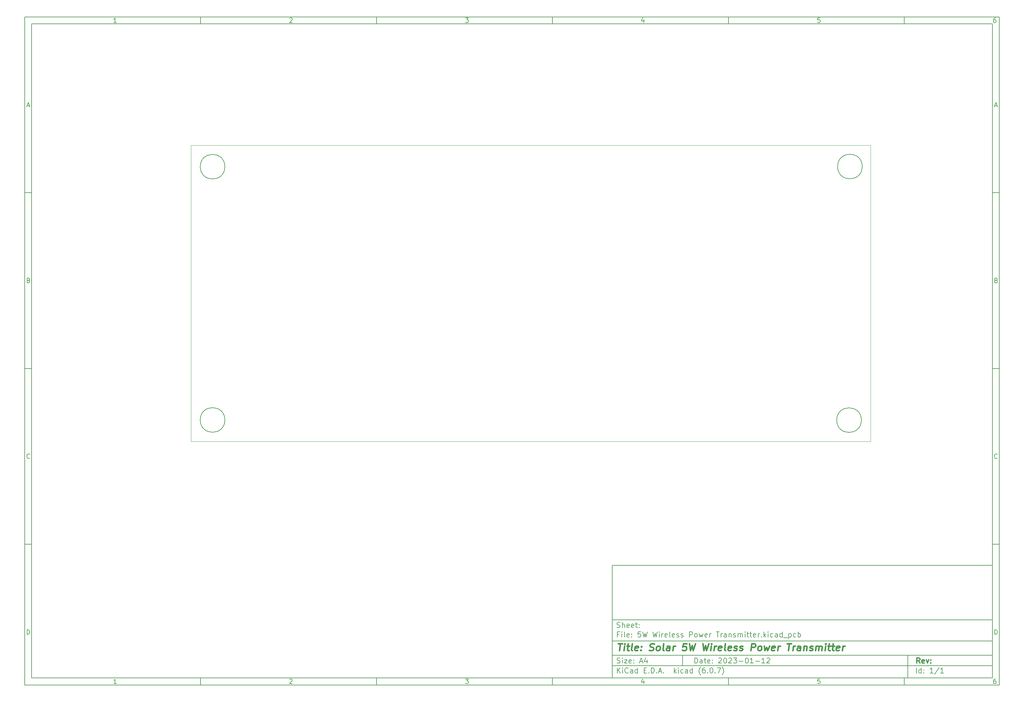
<source format=gbr>
%TF.GenerationSoftware,KiCad,Pcbnew,(6.0.7)*%
%TF.CreationDate,2023-01-12T19:17:08+03:00*%
%TF.ProjectId,5W Wireless Power Transmitter,35572057-6972-4656-9c65-737320506f77,rev?*%
%TF.SameCoordinates,Original*%
%TF.FileFunction,Other,Comment*%
%FSLAX46Y46*%
G04 Gerber Fmt 4.6, Leading zero omitted, Abs format (unit mm)*
G04 Created by KiCad (PCBNEW (6.0.7)) date 2023-01-12 19:17:08*
%MOMM*%
%LPD*%
G01*
G04 APERTURE LIST*
%ADD10C,0.100000*%
%ADD11C,0.150000*%
%ADD12C,0.300000*%
%ADD13C,0.400000*%
%TA.AperFunction,Profile*%
%ADD14C,0.100000*%
%TD*%
G04 APERTURE END LIST*
D10*
D11*
X177002200Y-166007200D02*
X177002200Y-198007200D01*
X285002200Y-198007200D01*
X285002200Y-166007200D01*
X177002200Y-166007200D01*
D10*
D11*
X10000000Y-10000000D02*
X10000000Y-200007200D01*
X287002200Y-200007200D01*
X287002200Y-10000000D01*
X10000000Y-10000000D01*
D10*
D11*
X12000000Y-12000000D02*
X12000000Y-198007200D01*
X285002200Y-198007200D01*
X285002200Y-12000000D01*
X12000000Y-12000000D01*
D10*
D11*
X60000000Y-12000000D02*
X60000000Y-10000000D01*
D10*
D11*
X110000000Y-12000000D02*
X110000000Y-10000000D01*
D10*
D11*
X160000000Y-12000000D02*
X160000000Y-10000000D01*
D10*
D11*
X210000000Y-12000000D02*
X210000000Y-10000000D01*
D10*
D11*
X260000000Y-12000000D02*
X260000000Y-10000000D01*
D10*
D11*
X36065476Y-11588095D02*
X35322619Y-11588095D01*
X35694047Y-11588095D02*
X35694047Y-10288095D01*
X35570238Y-10473809D01*
X35446428Y-10597619D01*
X35322619Y-10659523D01*
D10*
D11*
X85322619Y-10411904D02*
X85384523Y-10350000D01*
X85508333Y-10288095D01*
X85817857Y-10288095D01*
X85941666Y-10350000D01*
X86003571Y-10411904D01*
X86065476Y-10535714D01*
X86065476Y-10659523D01*
X86003571Y-10845238D01*
X85260714Y-11588095D01*
X86065476Y-11588095D01*
D10*
D11*
X135260714Y-10288095D02*
X136065476Y-10288095D01*
X135632142Y-10783333D01*
X135817857Y-10783333D01*
X135941666Y-10845238D01*
X136003571Y-10907142D01*
X136065476Y-11030952D01*
X136065476Y-11340476D01*
X136003571Y-11464285D01*
X135941666Y-11526190D01*
X135817857Y-11588095D01*
X135446428Y-11588095D01*
X135322619Y-11526190D01*
X135260714Y-11464285D01*
D10*
D11*
X185941666Y-10721428D02*
X185941666Y-11588095D01*
X185632142Y-10226190D02*
X185322619Y-11154761D01*
X186127380Y-11154761D01*
D10*
D11*
X236003571Y-10288095D02*
X235384523Y-10288095D01*
X235322619Y-10907142D01*
X235384523Y-10845238D01*
X235508333Y-10783333D01*
X235817857Y-10783333D01*
X235941666Y-10845238D01*
X236003571Y-10907142D01*
X236065476Y-11030952D01*
X236065476Y-11340476D01*
X236003571Y-11464285D01*
X235941666Y-11526190D01*
X235817857Y-11588095D01*
X235508333Y-11588095D01*
X235384523Y-11526190D01*
X235322619Y-11464285D01*
D10*
D11*
X285941666Y-10288095D02*
X285694047Y-10288095D01*
X285570238Y-10350000D01*
X285508333Y-10411904D01*
X285384523Y-10597619D01*
X285322619Y-10845238D01*
X285322619Y-11340476D01*
X285384523Y-11464285D01*
X285446428Y-11526190D01*
X285570238Y-11588095D01*
X285817857Y-11588095D01*
X285941666Y-11526190D01*
X286003571Y-11464285D01*
X286065476Y-11340476D01*
X286065476Y-11030952D01*
X286003571Y-10907142D01*
X285941666Y-10845238D01*
X285817857Y-10783333D01*
X285570238Y-10783333D01*
X285446428Y-10845238D01*
X285384523Y-10907142D01*
X285322619Y-11030952D01*
D10*
D11*
X60000000Y-198007200D02*
X60000000Y-200007200D01*
D10*
D11*
X110000000Y-198007200D02*
X110000000Y-200007200D01*
D10*
D11*
X160000000Y-198007200D02*
X160000000Y-200007200D01*
D10*
D11*
X210000000Y-198007200D02*
X210000000Y-200007200D01*
D10*
D11*
X260000000Y-198007200D02*
X260000000Y-200007200D01*
D10*
D11*
X36065476Y-199595295D02*
X35322619Y-199595295D01*
X35694047Y-199595295D02*
X35694047Y-198295295D01*
X35570238Y-198481009D01*
X35446428Y-198604819D01*
X35322619Y-198666723D01*
D10*
D11*
X85322619Y-198419104D02*
X85384523Y-198357200D01*
X85508333Y-198295295D01*
X85817857Y-198295295D01*
X85941666Y-198357200D01*
X86003571Y-198419104D01*
X86065476Y-198542914D01*
X86065476Y-198666723D01*
X86003571Y-198852438D01*
X85260714Y-199595295D01*
X86065476Y-199595295D01*
D10*
D11*
X135260714Y-198295295D02*
X136065476Y-198295295D01*
X135632142Y-198790533D01*
X135817857Y-198790533D01*
X135941666Y-198852438D01*
X136003571Y-198914342D01*
X136065476Y-199038152D01*
X136065476Y-199347676D01*
X136003571Y-199471485D01*
X135941666Y-199533390D01*
X135817857Y-199595295D01*
X135446428Y-199595295D01*
X135322619Y-199533390D01*
X135260714Y-199471485D01*
D10*
D11*
X185941666Y-198728628D02*
X185941666Y-199595295D01*
X185632142Y-198233390D02*
X185322619Y-199161961D01*
X186127380Y-199161961D01*
D10*
D11*
X236003571Y-198295295D02*
X235384523Y-198295295D01*
X235322619Y-198914342D01*
X235384523Y-198852438D01*
X235508333Y-198790533D01*
X235817857Y-198790533D01*
X235941666Y-198852438D01*
X236003571Y-198914342D01*
X236065476Y-199038152D01*
X236065476Y-199347676D01*
X236003571Y-199471485D01*
X235941666Y-199533390D01*
X235817857Y-199595295D01*
X235508333Y-199595295D01*
X235384523Y-199533390D01*
X235322619Y-199471485D01*
D10*
D11*
X285941666Y-198295295D02*
X285694047Y-198295295D01*
X285570238Y-198357200D01*
X285508333Y-198419104D01*
X285384523Y-198604819D01*
X285322619Y-198852438D01*
X285322619Y-199347676D01*
X285384523Y-199471485D01*
X285446428Y-199533390D01*
X285570238Y-199595295D01*
X285817857Y-199595295D01*
X285941666Y-199533390D01*
X286003571Y-199471485D01*
X286065476Y-199347676D01*
X286065476Y-199038152D01*
X286003571Y-198914342D01*
X285941666Y-198852438D01*
X285817857Y-198790533D01*
X285570238Y-198790533D01*
X285446428Y-198852438D01*
X285384523Y-198914342D01*
X285322619Y-199038152D01*
D10*
D11*
X10000000Y-60000000D02*
X12000000Y-60000000D01*
D10*
D11*
X10000000Y-110000000D02*
X12000000Y-110000000D01*
D10*
D11*
X10000000Y-160000000D02*
X12000000Y-160000000D01*
D10*
D11*
X10690476Y-35216666D02*
X11309523Y-35216666D01*
X10566666Y-35588095D02*
X11000000Y-34288095D01*
X11433333Y-35588095D01*
D10*
D11*
X11092857Y-84907142D02*
X11278571Y-84969047D01*
X11340476Y-85030952D01*
X11402380Y-85154761D01*
X11402380Y-85340476D01*
X11340476Y-85464285D01*
X11278571Y-85526190D01*
X11154761Y-85588095D01*
X10659523Y-85588095D01*
X10659523Y-84288095D01*
X11092857Y-84288095D01*
X11216666Y-84350000D01*
X11278571Y-84411904D01*
X11340476Y-84535714D01*
X11340476Y-84659523D01*
X11278571Y-84783333D01*
X11216666Y-84845238D01*
X11092857Y-84907142D01*
X10659523Y-84907142D01*
D10*
D11*
X11402380Y-135464285D02*
X11340476Y-135526190D01*
X11154761Y-135588095D01*
X11030952Y-135588095D01*
X10845238Y-135526190D01*
X10721428Y-135402380D01*
X10659523Y-135278571D01*
X10597619Y-135030952D01*
X10597619Y-134845238D01*
X10659523Y-134597619D01*
X10721428Y-134473809D01*
X10845238Y-134350000D01*
X11030952Y-134288095D01*
X11154761Y-134288095D01*
X11340476Y-134350000D01*
X11402380Y-134411904D01*
D10*
D11*
X10659523Y-185588095D02*
X10659523Y-184288095D01*
X10969047Y-184288095D01*
X11154761Y-184350000D01*
X11278571Y-184473809D01*
X11340476Y-184597619D01*
X11402380Y-184845238D01*
X11402380Y-185030952D01*
X11340476Y-185278571D01*
X11278571Y-185402380D01*
X11154761Y-185526190D01*
X10969047Y-185588095D01*
X10659523Y-185588095D01*
D10*
D11*
X287002200Y-60000000D02*
X285002200Y-60000000D01*
D10*
D11*
X287002200Y-110000000D02*
X285002200Y-110000000D01*
D10*
D11*
X287002200Y-160000000D02*
X285002200Y-160000000D01*
D10*
D11*
X285692676Y-35216666D02*
X286311723Y-35216666D01*
X285568866Y-35588095D02*
X286002200Y-34288095D01*
X286435533Y-35588095D01*
D10*
D11*
X286095057Y-84907142D02*
X286280771Y-84969047D01*
X286342676Y-85030952D01*
X286404580Y-85154761D01*
X286404580Y-85340476D01*
X286342676Y-85464285D01*
X286280771Y-85526190D01*
X286156961Y-85588095D01*
X285661723Y-85588095D01*
X285661723Y-84288095D01*
X286095057Y-84288095D01*
X286218866Y-84350000D01*
X286280771Y-84411904D01*
X286342676Y-84535714D01*
X286342676Y-84659523D01*
X286280771Y-84783333D01*
X286218866Y-84845238D01*
X286095057Y-84907142D01*
X285661723Y-84907142D01*
D10*
D11*
X286404580Y-135464285D02*
X286342676Y-135526190D01*
X286156961Y-135588095D01*
X286033152Y-135588095D01*
X285847438Y-135526190D01*
X285723628Y-135402380D01*
X285661723Y-135278571D01*
X285599819Y-135030952D01*
X285599819Y-134845238D01*
X285661723Y-134597619D01*
X285723628Y-134473809D01*
X285847438Y-134350000D01*
X286033152Y-134288095D01*
X286156961Y-134288095D01*
X286342676Y-134350000D01*
X286404580Y-134411904D01*
D10*
D11*
X285661723Y-185588095D02*
X285661723Y-184288095D01*
X285971247Y-184288095D01*
X286156961Y-184350000D01*
X286280771Y-184473809D01*
X286342676Y-184597619D01*
X286404580Y-184845238D01*
X286404580Y-185030952D01*
X286342676Y-185278571D01*
X286280771Y-185402380D01*
X286156961Y-185526190D01*
X285971247Y-185588095D01*
X285661723Y-185588095D01*
D10*
D11*
X200434342Y-193785771D02*
X200434342Y-192285771D01*
X200791485Y-192285771D01*
X201005771Y-192357200D01*
X201148628Y-192500057D01*
X201220057Y-192642914D01*
X201291485Y-192928628D01*
X201291485Y-193142914D01*
X201220057Y-193428628D01*
X201148628Y-193571485D01*
X201005771Y-193714342D01*
X200791485Y-193785771D01*
X200434342Y-193785771D01*
X202577200Y-193785771D02*
X202577200Y-193000057D01*
X202505771Y-192857200D01*
X202362914Y-192785771D01*
X202077200Y-192785771D01*
X201934342Y-192857200D01*
X202577200Y-193714342D02*
X202434342Y-193785771D01*
X202077200Y-193785771D01*
X201934342Y-193714342D01*
X201862914Y-193571485D01*
X201862914Y-193428628D01*
X201934342Y-193285771D01*
X202077200Y-193214342D01*
X202434342Y-193214342D01*
X202577200Y-193142914D01*
X203077200Y-192785771D02*
X203648628Y-192785771D01*
X203291485Y-192285771D02*
X203291485Y-193571485D01*
X203362914Y-193714342D01*
X203505771Y-193785771D01*
X203648628Y-193785771D01*
X204720057Y-193714342D02*
X204577200Y-193785771D01*
X204291485Y-193785771D01*
X204148628Y-193714342D01*
X204077200Y-193571485D01*
X204077200Y-193000057D01*
X204148628Y-192857200D01*
X204291485Y-192785771D01*
X204577200Y-192785771D01*
X204720057Y-192857200D01*
X204791485Y-193000057D01*
X204791485Y-193142914D01*
X204077200Y-193285771D01*
X205434342Y-193642914D02*
X205505771Y-193714342D01*
X205434342Y-193785771D01*
X205362914Y-193714342D01*
X205434342Y-193642914D01*
X205434342Y-193785771D01*
X205434342Y-192857200D02*
X205505771Y-192928628D01*
X205434342Y-193000057D01*
X205362914Y-192928628D01*
X205434342Y-192857200D01*
X205434342Y-193000057D01*
X207220057Y-192428628D02*
X207291485Y-192357200D01*
X207434342Y-192285771D01*
X207791485Y-192285771D01*
X207934342Y-192357200D01*
X208005771Y-192428628D01*
X208077200Y-192571485D01*
X208077200Y-192714342D01*
X208005771Y-192928628D01*
X207148628Y-193785771D01*
X208077200Y-193785771D01*
X209005771Y-192285771D02*
X209148628Y-192285771D01*
X209291485Y-192357200D01*
X209362914Y-192428628D01*
X209434342Y-192571485D01*
X209505771Y-192857200D01*
X209505771Y-193214342D01*
X209434342Y-193500057D01*
X209362914Y-193642914D01*
X209291485Y-193714342D01*
X209148628Y-193785771D01*
X209005771Y-193785771D01*
X208862914Y-193714342D01*
X208791485Y-193642914D01*
X208720057Y-193500057D01*
X208648628Y-193214342D01*
X208648628Y-192857200D01*
X208720057Y-192571485D01*
X208791485Y-192428628D01*
X208862914Y-192357200D01*
X209005771Y-192285771D01*
X210077200Y-192428628D02*
X210148628Y-192357200D01*
X210291485Y-192285771D01*
X210648628Y-192285771D01*
X210791485Y-192357200D01*
X210862914Y-192428628D01*
X210934342Y-192571485D01*
X210934342Y-192714342D01*
X210862914Y-192928628D01*
X210005771Y-193785771D01*
X210934342Y-193785771D01*
X211434342Y-192285771D02*
X212362914Y-192285771D01*
X211862914Y-192857200D01*
X212077200Y-192857200D01*
X212220057Y-192928628D01*
X212291485Y-193000057D01*
X212362914Y-193142914D01*
X212362914Y-193500057D01*
X212291485Y-193642914D01*
X212220057Y-193714342D01*
X212077200Y-193785771D01*
X211648628Y-193785771D01*
X211505771Y-193714342D01*
X211434342Y-193642914D01*
X213005771Y-193214342D02*
X214148628Y-193214342D01*
X215148628Y-192285771D02*
X215291485Y-192285771D01*
X215434342Y-192357200D01*
X215505771Y-192428628D01*
X215577200Y-192571485D01*
X215648628Y-192857200D01*
X215648628Y-193214342D01*
X215577200Y-193500057D01*
X215505771Y-193642914D01*
X215434342Y-193714342D01*
X215291485Y-193785771D01*
X215148628Y-193785771D01*
X215005771Y-193714342D01*
X214934342Y-193642914D01*
X214862914Y-193500057D01*
X214791485Y-193214342D01*
X214791485Y-192857200D01*
X214862914Y-192571485D01*
X214934342Y-192428628D01*
X215005771Y-192357200D01*
X215148628Y-192285771D01*
X217077200Y-193785771D02*
X216220057Y-193785771D01*
X216648628Y-193785771D02*
X216648628Y-192285771D01*
X216505771Y-192500057D01*
X216362914Y-192642914D01*
X216220057Y-192714342D01*
X217720057Y-193214342D02*
X218862914Y-193214342D01*
X220362914Y-193785771D02*
X219505771Y-193785771D01*
X219934342Y-193785771D02*
X219934342Y-192285771D01*
X219791485Y-192500057D01*
X219648628Y-192642914D01*
X219505771Y-192714342D01*
X220934342Y-192428628D02*
X221005771Y-192357200D01*
X221148628Y-192285771D01*
X221505771Y-192285771D01*
X221648628Y-192357200D01*
X221720057Y-192428628D01*
X221791485Y-192571485D01*
X221791485Y-192714342D01*
X221720057Y-192928628D01*
X220862914Y-193785771D01*
X221791485Y-193785771D01*
D10*
D11*
X177002200Y-194507200D02*
X285002200Y-194507200D01*
D10*
D11*
X178434342Y-196585771D02*
X178434342Y-195085771D01*
X179291485Y-196585771D02*
X178648628Y-195728628D01*
X179291485Y-195085771D02*
X178434342Y-195942914D01*
X179934342Y-196585771D02*
X179934342Y-195585771D01*
X179934342Y-195085771D02*
X179862914Y-195157200D01*
X179934342Y-195228628D01*
X180005771Y-195157200D01*
X179934342Y-195085771D01*
X179934342Y-195228628D01*
X181505771Y-196442914D02*
X181434342Y-196514342D01*
X181220057Y-196585771D01*
X181077200Y-196585771D01*
X180862914Y-196514342D01*
X180720057Y-196371485D01*
X180648628Y-196228628D01*
X180577200Y-195942914D01*
X180577200Y-195728628D01*
X180648628Y-195442914D01*
X180720057Y-195300057D01*
X180862914Y-195157200D01*
X181077200Y-195085771D01*
X181220057Y-195085771D01*
X181434342Y-195157200D01*
X181505771Y-195228628D01*
X182791485Y-196585771D02*
X182791485Y-195800057D01*
X182720057Y-195657200D01*
X182577200Y-195585771D01*
X182291485Y-195585771D01*
X182148628Y-195657200D01*
X182791485Y-196514342D02*
X182648628Y-196585771D01*
X182291485Y-196585771D01*
X182148628Y-196514342D01*
X182077200Y-196371485D01*
X182077200Y-196228628D01*
X182148628Y-196085771D01*
X182291485Y-196014342D01*
X182648628Y-196014342D01*
X182791485Y-195942914D01*
X184148628Y-196585771D02*
X184148628Y-195085771D01*
X184148628Y-196514342D02*
X184005771Y-196585771D01*
X183720057Y-196585771D01*
X183577200Y-196514342D01*
X183505771Y-196442914D01*
X183434342Y-196300057D01*
X183434342Y-195871485D01*
X183505771Y-195728628D01*
X183577200Y-195657200D01*
X183720057Y-195585771D01*
X184005771Y-195585771D01*
X184148628Y-195657200D01*
X186005771Y-195800057D02*
X186505771Y-195800057D01*
X186720057Y-196585771D02*
X186005771Y-196585771D01*
X186005771Y-195085771D01*
X186720057Y-195085771D01*
X187362914Y-196442914D02*
X187434342Y-196514342D01*
X187362914Y-196585771D01*
X187291485Y-196514342D01*
X187362914Y-196442914D01*
X187362914Y-196585771D01*
X188077200Y-196585771D02*
X188077200Y-195085771D01*
X188434342Y-195085771D01*
X188648628Y-195157200D01*
X188791485Y-195300057D01*
X188862914Y-195442914D01*
X188934342Y-195728628D01*
X188934342Y-195942914D01*
X188862914Y-196228628D01*
X188791485Y-196371485D01*
X188648628Y-196514342D01*
X188434342Y-196585771D01*
X188077200Y-196585771D01*
X189577200Y-196442914D02*
X189648628Y-196514342D01*
X189577200Y-196585771D01*
X189505771Y-196514342D01*
X189577200Y-196442914D01*
X189577200Y-196585771D01*
X190220057Y-196157200D02*
X190934342Y-196157200D01*
X190077200Y-196585771D02*
X190577200Y-195085771D01*
X191077200Y-196585771D01*
X191577200Y-196442914D02*
X191648628Y-196514342D01*
X191577200Y-196585771D01*
X191505771Y-196514342D01*
X191577200Y-196442914D01*
X191577200Y-196585771D01*
X194577200Y-196585771D02*
X194577200Y-195085771D01*
X194720057Y-196014342D02*
X195148628Y-196585771D01*
X195148628Y-195585771D02*
X194577200Y-196157200D01*
X195791485Y-196585771D02*
X195791485Y-195585771D01*
X195791485Y-195085771D02*
X195720057Y-195157200D01*
X195791485Y-195228628D01*
X195862914Y-195157200D01*
X195791485Y-195085771D01*
X195791485Y-195228628D01*
X197148628Y-196514342D02*
X197005771Y-196585771D01*
X196720057Y-196585771D01*
X196577200Y-196514342D01*
X196505771Y-196442914D01*
X196434342Y-196300057D01*
X196434342Y-195871485D01*
X196505771Y-195728628D01*
X196577200Y-195657200D01*
X196720057Y-195585771D01*
X197005771Y-195585771D01*
X197148628Y-195657200D01*
X198434342Y-196585771D02*
X198434342Y-195800057D01*
X198362914Y-195657200D01*
X198220057Y-195585771D01*
X197934342Y-195585771D01*
X197791485Y-195657200D01*
X198434342Y-196514342D02*
X198291485Y-196585771D01*
X197934342Y-196585771D01*
X197791485Y-196514342D01*
X197720057Y-196371485D01*
X197720057Y-196228628D01*
X197791485Y-196085771D01*
X197934342Y-196014342D01*
X198291485Y-196014342D01*
X198434342Y-195942914D01*
X199791485Y-196585771D02*
X199791485Y-195085771D01*
X199791485Y-196514342D02*
X199648628Y-196585771D01*
X199362914Y-196585771D01*
X199220057Y-196514342D01*
X199148628Y-196442914D01*
X199077200Y-196300057D01*
X199077200Y-195871485D01*
X199148628Y-195728628D01*
X199220057Y-195657200D01*
X199362914Y-195585771D01*
X199648628Y-195585771D01*
X199791485Y-195657200D01*
X202077200Y-197157200D02*
X202005771Y-197085771D01*
X201862914Y-196871485D01*
X201791485Y-196728628D01*
X201720057Y-196514342D01*
X201648628Y-196157200D01*
X201648628Y-195871485D01*
X201720057Y-195514342D01*
X201791485Y-195300057D01*
X201862914Y-195157200D01*
X202005771Y-194942914D01*
X202077200Y-194871485D01*
X203291485Y-195085771D02*
X203005771Y-195085771D01*
X202862914Y-195157200D01*
X202791485Y-195228628D01*
X202648628Y-195442914D01*
X202577200Y-195728628D01*
X202577200Y-196300057D01*
X202648628Y-196442914D01*
X202720057Y-196514342D01*
X202862914Y-196585771D01*
X203148628Y-196585771D01*
X203291485Y-196514342D01*
X203362914Y-196442914D01*
X203434342Y-196300057D01*
X203434342Y-195942914D01*
X203362914Y-195800057D01*
X203291485Y-195728628D01*
X203148628Y-195657200D01*
X202862914Y-195657200D01*
X202720057Y-195728628D01*
X202648628Y-195800057D01*
X202577200Y-195942914D01*
X204077200Y-196442914D02*
X204148628Y-196514342D01*
X204077200Y-196585771D01*
X204005771Y-196514342D01*
X204077200Y-196442914D01*
X204077200Y-196585771D01*
X205077200Y-195085771D02*
X205220057Y-195085771D01*
X205362914Y-195157200D01*
X205434342Y-195228628D01*
X205505771Y-195371485D01*
X205577200Y-195657200D01*
X205577200Y-196014342D01*
X205505771Y-196300057D01*
X205434342Y-196442914D01*
X205362914Y-196514342D01*
X205220057Y-196585771D01*
X205077200Y-196585771D01*
X204934342Y-196514342D01*
X204862914Y-196442914D01*
X204791485Y-196300057D01*
X204720057Y-196014342D01*
X204720057Y-195657200D01*
X204791485Y-195371485D01*
X204862914Y-195228628D01*
X204934342Y-195157200D01*
X205077200Y-195085771D01*
X206220057Y-196442914D02*
X206291485Y-196514342D01*
X206220057Y-196585771D01*
X206148628Y-196514342D01*
X206220057Y-196442914D01*
X206220057Y-196585771D01*
X206791485Y-195085771D02*
X207791485Y-195085771D01*
X207148628Y-196585771D01*
X208220057Y-197157200D02*
X208291485Y-197085771D01*
X208434342Y-196871485D01*
X208505771Y-196728628D01*
X208577200Y-196514342D01*
X208648628Y-196157200D01*
X208648628Y-195871485D01*
X208577200Y-195514342D01*
X208505771Y-195300057D01*
X208434342Y-195157200D01*
X208291485Y-194942914D01*
X208220057Y-194871485D01*
D10*
D11*
X177002200Y-191507200D02*
X285002200Y-191507200D01*
D10*
D12*
X264411485Y-193785771D02*
X263911485Y-193071485D01*
X263554342Y-193785771D02*
X263554342Y-192285771D01*
X264125771Y-192285771D01*
X264268628Y-192357200D01*
X264340057Y-192428628D01*
X264411485Y-192571485D01*
X264411485Y-192785771D01*
X264340057Y-192928628D01*
X264268628Y-193000057D01*
X264125771Y-193071485D01*
X263554342Y-193071485D01*
X265625771Y-193714342D02*
X265482914Y-193785771D01*
X265197200Y-193785771D01*
X265054342Y-193714342D01*
X264982914Y-193571485D01*
X264982914Y-193000057D01*
X265054342Y-192857200D01*
X265197200Y-192785771D01*
X265482914Y-192785771D01*
X265625771Y-192857200D01*
X265697200Y-193000057D01*
X265697200Y-193142914D01*
X264982914Y-193285771D01*
X266197200Y-192785771D02*
X266554342Y-193785771D01*
X266911485Y-192785771D01*
X267482914Y-193642914D02*
X267554342Y-193714342D01*
X267482914Y-193785771D01*
X267411485Y-193714342D01*
X267482914Y-193642914D01*
X267482914Y-193785771D01*
X267482914Y-192857200D02*
X267554342Y-192928628D01*
X267482914Y-193000057D01*
X267411485Y-192928628D01*
X267482914Y-192857200D01*
X267482914Y-193000057D01*
D10*
D11*
X178362914Y-193714342D02*
X178577200Y-193785771D01*
X178934342Y-193785771D01*
X179077200Y-193714342D01*
X179148628Y-193642914D01*
X179220057Y-193500057D01*
X179220057Y-193357200D01*
X179148628Y-193214342D01*
X179077200Y-193142914D01*
X178934342Y-193071485D01*
X178648628Y-193000057D01*
X178505771Y-192928628D01*
X178434342Y-192857200D01*
X178362914Y-192714342D01*
X178362914Y-192571485D01*
X178434342Y-192428628D01*
X178505771Y-192357200D01*
X178648628Y-192285771D01*
X179005771Y-192285771D01*
X179220057Y-192357200D01*
X179862914Y-193785771D02*
X179862914Y-192785771D01*
X179862914Y-192285771D02*
X179791485Y-192357200D01*
X179862914Y-192428628D01*
X179934342Y-192357200D01*
X179862914Y-192285771D01*
X179862914Y-192428628D01*
X180434342Y-192785771D02*
X181220057Y-192785771D01*
X180434342Y-193785771D01*
X181220057Y-193785771D01*
X182362914Y-193714342D02*
X182220057Y-193785771D01*
X181934342Y-193785771D01*
X181791485Y-193714342D01*
X181720057Y-193571485D01*
X181720057Y-193000057D01*
X181791485Y-192857200D01*
X181934342Y-192785771D01*
X182220057Y-192785771D01*
X182362914Y-192857200D01*
X182434342Y-193000057D01*
X182434342Y-193142914D01*
X181720057Y-193285771D01*
X183077200Y-193642914D02*
X183148628Y-193714342D01*
X183077200Y-193785771D01*
X183005771Y-193714342D01*
X183077200Y-193642914D01*
X183077200Y-193785771D01*
X183077200Y-192857200D02*
X183148628Y-192928628D01*
X183077200Y-193000057D01*
X183005771Y-192928628D01*
X183077200Y-192857200D01*
X183077200Y-193000057D01*
X184862914Y-193357200D02*
X185577200Y-193357200D01*
X184720057Y-193785771D02*
X185220057Y-192285771D01*
X185720057Y-193785771D01*
X186862914Y-192785771D02*
X186862914Y-193785771D01*
X186505771Y-192214342D02*
X186148628Y-193285771D01*
X187077200Y-193285771D01*
D10*
D11*
X263434342Y-196585771D02*
X263434342Y-195085771D01*
X264791485Y-196585771D02*
X264791485Y-195085771D01*
X264791485Y-196514342D02*
X264648628Y-196585771D01*
X264362914Y-196585771D01*
X264220057Y-196514342D01*
X264148628Y-196442914D01*
X264077200Y-196300057D01*
X264077200Y-195871485D01*
X264148628Y-195728628D01*
X264220057Y-195657200D01*
X264362914Y-195585771D01*
X264648628Y-195585771D01*
X264791485Y-195657200D01*
X265505771Y-196442914D02*
X265577200Y-196514342D01*
X265505771Y-196585771D01*
X265434342Y-196514342D01*
X265505771Y-196442914D01*
X265505771Y-196585771D01*
X265505771Y-195657200D02*
X265577200Y-195728628D01*
X265505771Y-195800057D01*
X265434342Y-195728628D01*
X265505771Y-195657200D01*
X265505771Y-195800057D01*
X268148628Y-196585771D02*
X267291485Y-196585771D01*
X267720057Y-196585771D02*
X267720057Y-195085771D01*
X267577200Y-195300057D01*
X267434342Y-195442914D01*
X267291485Y-195514342D01*
X269862914Y-195014342D02*
X268577200Y-196942914D01*
X271148628Y-196585771D02*
X270291485Y-196585771D01*
X270720057Y-196585771D02*
X270720057Y-195085771D01*
X270577200Y-195300057D01*
X270434342Y-195442914D01*
X270291485Y-195514342D01*
D10*
D11*
X177002200Y-187507200D02*
X285002200Y-187507200D01*
D10*
D13*
X178714580Y-188211961D02*
X179857438Y-188211961D01*
X179036009Y-190211961D02*
X179286009Y-188211961D01*
X180274104Y-190211961D02*
X180440771Y-188878628D01*
X180524104Y-188211961D02*
X180416961Y-188307200D01*
X180500295Y-188402438D01*
X180607438Y-188307200D01*
X180524104Y-188211961D01*
X180500295Y-188402438D01*
X181107438Y-188878628D02*
X181869342Y-188878628D01*
X181476485Y-188211961D02*
X181262200Y-189926247D01*
X181333628Y-190116723D01*
X181512200Y-190211961D01*
X181702676Y-190211961D01*
X182655057Y-190211961D02*
X182476485Y-190116723D01*
X182405057Y-189926247D01*
X182619342Y-188211961D01*
X184190771Y-190116723D02*
X183988390Y-190211961D01*
X183607438Y-190211961D01*
X183428866Y-190116723D01*
X183357438Y-189926247D01*
X183452676Y-189164342D01*
X183571723Y-188973866D01*
X183774104Y-188878628D01*
X184155057Y-188878628D01*
X184333628Y-188973866D01*
X184405057Y-189164342D01*
X184381247Y-189354819D01*
X183405057Y-189545295D01*
X185155057Y-190021485D02*
X185238390Y-190116723D01*
X185131247Y-190211961D01*
X185047914Y-190116723D01*
X185155057Y-190021485D01*
X185131247Y-190211961D01*
X185286009Y-188973866D02*
X185369342Y-189069104D01*
X185262200Y-189164342D01*
X185178866Y-189069104D01*
X185286009Y-188973866D01*
X185262200Y-189164342D01*
X187524104Y-190116723D02*
X187797914Y-190211961D01*
X188274104Y-190211961D01*
X188476485Y-190116723D01*
X188583628Y-190021485D01*
X188702676Y-189831009D01*
X188726485Y-189640533D01*
X188655057Y-189450057D01*
X188571723Y-189354819D01*
X188393152Y-189259580D01*
X188024104Y-189164342D01*
X187845533Y-189069104D01*
X187762200Y-188973866D01*
X187690771Y-188783390D01*
X187714580Y-188592914D01*
X187833628Y-188402438D01*
X187940771Y-188307200D01*
X188143152Y-188211961D01*
X188619342Y-188211961D01*
X188893152Y-188307200D01*
X189797914Y-190211961D02*
X189619342Y-190116723D01*
X189536009Y-190021485D01*
X189464580Y-189831009D01*
X189536009Y-189259580D01*
X189655057Y-189069104D01*
X189762200Y-188973866D01*
X189964580Y-188878628D01*
X190250295Y-188878628D01*
X190428866Y-188973866D01*
X190512200Y-189069104D01*
X190583628Y-189259580D01*
X190512200Y-189831009D01*
X190393152Y-190021485D01*
X190286009Y-190116723D01*
X190083628Y-190211961D01*
X189797914Y-190211961D01*
X191607438Y-190211961D02*
X191428866Y-190116723D01*
X191357438Y-189926247D01*
X191571723Y-188211961D01*
X193226485Y-190211961D02*
X193357438Y-189164342D01*
X193286009Y-188973866D01*
X193107438Y-188878628D01*
X192726485Y-188878628D01*
X192524104Y-188973866D01*
X193238390Y-190116723D02*
X193036009Y-190211961D01*
X192559819Y-190211961D01*
X192381247Y-190116723D01*
X192309819Y-189926247D01*
X192333628Y-189735771D01*
X192452676Y-189545295D01*
X192655057Y-189450057D01*
X193131247Y-189450057D01*
X193333628Y-189354819D01*
X194178866Y-190211961D02*
X194345533Y-188878628D01*
X194297914Y-189259580D02*
X194416961Y-189069104D01*
X194524104Y-188973866D01*
X194726485Y-188878628D01*
X194916961Y-188878628D01*
X198143152Y-188211961D02*
X197190771Y-188211961D01*
X196976485Y-189164342D01*
X197083628Y-189069104D01*
X197286009Y-188973866D01*
X197762200Y-188973866D01*
X197940771Y-189069104D01*
X198024104Y-189164342D01*
X198095533Y-189354819D01*
X198036009Y-189831009D01*
X197916961Y-190021485D01*
X197809819Y-190116723D01*
X197607438Y-190211961D01*
X197131247Y-190211961D01*
X196952676Y-190116723D01*
X196869342Y-190021485D01*
X198905057Y-188211961D02*
X199131247Y-190211961D01*
X199690771Y-188783390D01*
X199893152Y-190211961D01*
X200619342Y-188211961D01*
X202714580Y-188211961D02*
X202940771Y-190211961D01*
X203500295Y-188783390D01*
X203702676Y-190211961D01*
X204428866Y-188211961D01*
X204940771Y-190211961D02*
X205107438Y-188878628D01*
X205190771Y-188211961D02*
X205083628Y-188307200D01*
X205166961Y-188402438D01*
X205274104Y-188307200D01*
X205190771Y-188211961D01*
X205166961Y-188402438D01*
X205893152Y-190211961D02*
X206059819Y-188878628D01*
X206012200Y-189259580D02*
X206131247Y-189069104D01*
X206238390Y-188973866D01*
X206440771Y-188878628D01*
X206631247Y-188878628D01*
X207905057Y-190116723D02*
X207702676Y-190211961D01*
X207321723Y-190211961D01*
X207143152Y-190116723D01*
X207071723Y-189926247D01*
X207166961Y-189164342D01*
X207286009Y-188973866D01*
X207488390Y-188878628D01*
X207869342Y-188878628D01*
X208047914Y-188973866D01*
X208119342Y-189164342D01*
X208095533Y-189354819D01*
X207119342Y-189545295D01*
X209131247Y-190211961D02*
X208952676Y-190116723D01*
X208881247Y-189926247D01*
X209095533Y-188211961D01*
X210666961Y-190116723D02*
X210464580Y-190211961D01*
X210083628Y-190211961D01*
X209905057Y-190116723D01*
X209833628Y-189926247D01*
X209928866Y-189164342D01*
X210047914Y-188973866D01*
X210250295Y-188878628D01*
X210631247Y-188878628D01*
X210809819Y-188973866D01*
X210881247Y-189164342D01*
X210857438Y-189354819D01*
X209881247Y-189545295D01*
X211524104Y-190116723D02*
X211702676Y-190211961D01*
X212083628Y-190211961D01*
X212286009Y-190116723D01*
X212405057Y-189926247D01*
X212416961Y-189831009D01*
X212345533Y-189640533D01*
X212166961Y-189545295D01*
X211881247Y-189545295D01*
X211702676Y-189450057D01*
X211631247Y-189259580D01*
X211643152Y-189164342D01*
X211762200Y-188973866D01*
X211964580Y-188878628D01*
X212250295Y-188878628D01*
X212428866Y-188973866D01*
X213143152Y-190116723D02*
X213321723Y-190211961D01*
X213702676Y-190211961D01*
X213905057Y-190116723D01*
X214024104Y-189926247D01*
X214036009Y-189831009D01*
X213964580Y-189640533D01*
X213786009Y-189545295D01*
X213500295Y-189545295D01*
X213321723Y-189450057D01*
X213250295Y-189259580D01*
X213262200Y-189164342D01*
X213381247Y-188973866D01*
X213583628Y-188878628D01*
X213869342Y-188878628D01*
X214047914Y-188973866D01*
X216369342Y-190211961D02*
X216619342Y-188211961D01*
X217381247Y-188211961D01*
X217559819Y-188307200D01*
X217643152Y-188402438D01*
X217714580Y-188592914D01*
X217678866Y-188878628D01*
X217559819Y-189069104D01*
X217452676Y-189164342D01*
X217250295Y-189259580D01*
X216488390Y-189259580D01*
X218655057Y-190211961D02*
X218476485Y-190116723D01*
X218393152Y-190021485D01*
X218321723Y-189831009D01*
X218393152Y-189259580D01*
X218512200Y-189069104D01*
X218619342Y-188973866D01*
X218821723Y-188878628D01*
X219107438Y-188878628D01*
X219286009Y-188973866D01*
X219369342Y-189069104D01*
X219440771Y-189259580D01*
X219369342Y-189831009D01*
X219250295Y-190021485D01*
X219143152Y-190116723D01*
X218940771Y-190211961D01*
X218655057Y-190211961D01*
X220155057Y-188878628D02*
X220369342Y-190211961D01*
X220869342Y-189259580D01*
X221131247Y-190211961D01*
X221678866Y-188878628D01*
X223047914Y-190116723D02*
X222845533Y-190211961D01*
X222464580Y-190211961D01*
X222286009Y-190116723D01*
X222214580Y-189926247D01*
X222309819Y-189164342D01*
X222428866Y-188973866D01*
X222631247Y-188878628D01*
X223012200Y-188878628D01*
X223190771Y-188973866D01*
X223262200Y-189164342D01*
X223238390Y-189354819D01*
X222262200Y-189545295D01*
X223988390Y-190211961D02*
X224155057Y-188878628D01*
X224107438Y-189259580D02*
X224226485Y-189069104D01*
X224333628Y-188973866D01*
X224536009Y-188878628D01*
X224726485Y-188878628D01*
X226714580Y-188211961D02*
X227857438Y-188211961D01*
X227036009Y-190211961D02*
X227286009Y-188211961D01*
X228274104Y-190211961D02*
X228440771Y-188878628D01*
X228393152Y-189259580D02*
X228512200Y-189069104D01*
X228619342Y-188973866D01*
X228821723Y-188878628D01*
X229012200Y-188878628D01*
X230369342Y-190211961D02*
X230500295Y-189164342D01*
X230428866Y-188973866D01*
X230250295Y-188878628D01*
X229869342Y-188878628D01*
X229666961Y-188973866D01*
X230381247Y-190116723D02*
X230178866Y-190211961D01*
X229702676Y-190211961D01*
X229524104Y-190116723D01*
X229452676Y-189926247D01*
X229476485Y-189735771D01*
X229595533Y-189545295D01*
X229797914Y-189450057D01*
X230274104Y-189450057D01*
X230476485Y-189354819D01*
X231488390Y-188878628D02*
X231321723Y-190211961D01*
X231464580Y-189069104D02*
X231571723Y-188973866D01*
X231774104Y-188878628D01*
X232059819Y-188878628D01*
X232238390Y-188973866D01*
X232309819Y-189164342D01*
X232178866Y-190211961D01*
X233047914Y-190116723D02*
X233226485Y-190211961D01*
X233607438Y-190211961D01*
X233809819Y-190116723D01*
X233928866Y-189926247D01*
X233940771Y-189831009D01*
X233869342Y-189640533D01*
X233690771Y-189545295D01*
X233405057Y-189545295D01*
X233226485Y-189450057D01*
X233155057Y-189259580D01*
X233166961Y-189164342D01*
X233286009Y-188973866D01*
X233488390Y-188878628D01*
X233774104Y-188878628D01*
X233952676Y-188973866D01*
X234750295Y-190211961D02*
X234916961Y-188878628D01*
X234893152Y-189069104D02*
X235000295Y-188973866D01*
X235202676Y-188878628D01*
X235488390Y-188878628D01*
X235666961Y-188973866D01*
X235738390Y-189164342D01*
X235607438Y-190211961D01*
X235738390Y-189164342D02*
X235857438Y-188973866D01*
X236059819Y-188878628D01*
X236345533Y-188878628D01*
X236524104Y-188973866D01*
X236595533Y-189164342D01*
X236464580Y-190211961D01*
X237416961Y-190211961D02*
X237583628Y-188878628D01*
X237666961Y-188211961D02*
X237559819Y-188307200D01*
X237643152Y-188402438D01*
X237750295Y-188307200D01*
X237666961Y-188211961D01*
X237643152Y-188402438D01*
X238250295Y-188878628D02*
X239012200Y-188878628D01*
X238619342Y-188211961D02*
X238405057Y-189926247D01*
X238476485Y-190116723D01*
X238655057Y-190211961D01*
X238845533Y-190211961D01*
X239393152Y-188878628D02*
X240155057Y-188878628D01*
X239762200Y-188211961D02*
X239547914Y-189926247D01*
X239619342Y-190116723D01*
X239797914Y-190211961D01*
X239988390Y-190211961D01*
X241428866Y-190116723D02*
X241226485Y-190211961D01*
X240845533Y-190211961D01*
X240666961Y-190116723D01*
X240595533Y-189926247D01*
X240690771Y-189164342D01*
X240809819Y-188973866D01*
X241012199Y-188878628D01*
X241393152Y-188878628D01*
X241571723Y-188973866D01*
X241643152Y-189164342D01*
X241619342Y-189354819D01*
X240643152Y-189545295D01*
X242369342Y-190211961D02*
X242536009Y-188878628D01*
X242488390Y-189259580D02*
X242607438Y-189069104D01*
X242714580Y-188973866D01*
X242916961Y-188878628D01*
X243107438Y-188878628D01*
D10*
D11*
X178934342Y-185600057D02*
X178434342Y-185600057D01*
X178434342Y-186385771D02*
X178434342Y-184885771D01*
X179148628Y-184885771D01*
X179720057Y-186385771D02*
X179720057Y-185385771D01*
X179720057Y-184885771D02*
X179648628Y-184957200D01*
X179720057Y-185028628D01*
X179791485Y-184957200D01*
X179720057Y-184885771D01*
X179720057Y-185028628D01*
X180648628Y-186385771D02*
X180505771Y-186314342D01*
X180434342Y-186171485D01*
X180434342Y-184885771D01*
X181791485Y-186314342D02*
X181648628Y-186385771D01*
X181362914Y-186385771D01*
X181220057Y-186314342D01*
X181148628Y-186171485D01*
X181148628Y-185600057D01*
X181220057Y-185457200D01*
X181362914Y-185385771D01*
X181648628Y-185385771D01*
X181791485Y-185457200D01*
X181862914Y-185600057D01*
X181862914Y-185742914D01*
X181148628Y-185885771D01*
X182505771Y-186242914D02*
X182577200Y-186314342D01*
X182505771Y-186385771D01*
X182434342Y-186314342D01*
X182505771Y-186242914D01*
X182505771Y-186385771D01*
X182505771Y-185457200D02*
X182577200Y-185528628D01*
X182505771Y-185600057D01*
X182434342Y-185528628D01*
X182505771Y-185457200D01*
X182505771Y-185600057D01*
X185077200Y-184885771D02*
X184362914Y-184885771D01*
X184291485Y-185600057D01*
X184362914Y-185528628D01*
X184505771Y-185457200D01*
X184862914Y-185457200D01*
X185005771Y-185528628D01*
X185077200Y-185600057D01*
X185148628Y-185742914D01*
X185148628Y-186100057D01*
X185077200Y-186242914D01*
X185005771Y-186314342D01*
X184862914Y-186385771D01*
X184505771Y-186385771D01*
X184362914Y-186314342D01*
X184291485Y-186242914D01*
X185648628Y-184885771D02*
X186005771Y-186385771D01*
X186291485Y-185314342D01*
X186577200Y-186385771D01*
X186934342Y-184885771D01*
X188505771Y-184885771D02*
X188862914Y-186385771D01*
X189148628Y-185314342D01*
X189434342Y-186385771D01*
X189791485Y-184885771D01*
X190362914Y-186385771D02*
X190362914Y-185385771D01*
X190362914Y-184885771D02*
X190291485Y-184957200D01*
X190362914Y-185028628D01*
X190434342Y-184957200D01*
X190362914Y-184885771D01*
X190362914Y-185028628D01*
X191077200Y-186385771D02*
X191077200Y-185385771D01*
X191077200Y-185671485D02*
X191148628Y-185528628D01*
X191220057Y-185457200D01*
X191362914Y-185385771D01*
X191505771Y-185385771D01*
X192577200Y-186314342D02*
X192434342Y-186385771D01*
X192148628Y-186385771D01*
X192005771Y-186314342D01*
X191934342Y-186171485D01*
X191934342Y-185600057D01*
X192005771Y-185457200D01*
X192148628Y-185385771D01*
X192434342Y-185385771D01*
X192577200Y-185457200D01*
X192648628Y-185600057D01*
X192648628Y-185742914D01*
X191934342Y-185885771D01*
X193505771Y-186385771D02*
X193362914Y-186314342D01*
X193291485Y-186171485D01*
X193291485Y-184885771D01*
X194648628Y-186314342D02*
X194505771Y-186385771D01*
X194220057Y-186385771D01*
X194077200Y-186314342D01*
X194005771Y-186171485D01*
X194005771Y-185600057D01*
X194077200Y-185457200D01*
X194220057Y-185385771D01*
X194505771Y-185385771D01*
X194648628Y-185457200D01*
X194720057Y-185600057D01*
X194720057Y-185742914D01*
X194005771Y-185885771D01*
X195291485Y-186314342D02*
X195434342Y-186385771D01*
X195720057Y-186385771D01*
X195862914Y-186314342D01*
X195934342Y-186171485D01*
X195934342Y-186100057D01*
X195862914Y-185957200D01*
X195720057Y-185885771D01*
X195505771Y-185885771D01*
X195362914Y-185814342D01*
X195291485Y-185671485D01*
X195291485Y-185600057D01*
X195362914Y-185457200D01*
X195505771Y-185385771D01*
X195720057Y-185385771D01*
X195862914Y-185457200D01*
X196505771Y-186314342D02*
X196648628Y-186385771D01*
X196934342Y-186385771D01*
X197077200Y-186314342D01*
X197148628Y-186171485D01*
X197148628Y-186100057D01*
X197077200Y-185957200D01*
X196934342Y-185885771D01*
X196720057Y-185885771D01*
X196577200Y-185814342D01*
X196505771Y-185671485D01*
X196505771Y-185600057D01*
X196577200Y-185457200D01*
X196720057Y-185385771D01*
X196934342Y-185385771D01*
X197077200Y-185457200D01*
X198934342Y-186385771D02*
X198934342Y-184885771D01*
X199505771Y-184885771D01*
X199648628Y-184957200D01*
X199720057Y-185028628D01*
X199791485Y-185171485D01*
X199791485Y-185385771D01*
X199720057Y-185528628D01*
X199648628Y-185600057D01*
X199505771Y-185671485D01*
X198934342Y-185671485D01*
X200648628Y-186385771D02*
X200505771Y-186314342D01*
X200434342Y-186242914D01*
X200362914Y-186100057D01*
X200362914Y-185671485D01*
X200434342Y-185528628D01*
X200505771Y-185457200D01*
X200648628Y-185385771D01*
X200862914Y-185385771D01*
X201005771Y-185457200D01*
X201077200Y-185528628D01*
X201148628Y-185671485D01*
X201148628Y-186100057D01*
X201077200Y-186242914D01*
X201005771Y-186314342D01*
X200862914Y-186385771D01*
X200648628Y-186385771D01*
X201648628Y-185385771D02*
X201934342Y-186385771D01*
X202220057Y-185671485D01*
X202505771Y-186385771D01*
X202791485Y-185385771D01*
X203934342Y-186314342D02*
X203791485Y-186385771D01*
X203505771Y-186385771D01*
X203362914Y-186314342D01*
X203291485Y-186171485D01*
X203291485Y-185600057D01*
X203362914Y-185457200D01*
X203505771Y-185385771D01*
X203791485Y-185385771D01*
X203934342Y-185457200D01*
X204005771Y-185600057D01*
X204005771Y-185742914D01*
X203291485Y-185885771D01*
X204648628Y-186385771D02*
X204648628Y-185385771D01*
X204648628Y-185671485D02*
X204720057Y-185528628D01*
X204791485Y-185457200D01*
X204934342Y-185385771D01*
X205077200Y-185385771D01*
X206505771Y-184885771D02*
X207362914Y-184885771D01*
X206934342Y-186385771D02*
X206934342Y-184885771D01*
X207862914Y-186385771D02*
X207862914Y-185385771D01*
X207862914Y-185671485D02*
X207934342Y-185528628D01*
X208005771Y-185457200D01*
X208148628Y-185385771D01*
X208291485Y-185385771D01*
X209434342Y-186385771D02*
X209434342Y-185600057D01*
X209362914Y-185457200D01*
X209220057Y-185385771D01*
X208934342Y-185385771D01*
X208791485Y-185457200D01*
X209434342Y-186314342D02*
X209291485Y-186385771D01*
X208934342Y-186385771D01*
X208791485Y-186314342D01*
X208720057Y-186171485D01*
X208720057Y-186028628D01*
X208791485Y-185885771D01*
X208934342Y-185814342D01*
X209291485Y-185814342D01*
X209434342Y-185742914D01*
X210148628Y-185385771D02*
X210148628Y-186385771D01*
X210148628Y-185528628D02*
X210220057Y-185457200D01*
X210362914Y-185385771D01*
X210577200Y-185385771D01*
X210720057Y-185457200D01*
X210791485Y-185600057D01*
X210791485Y-186385771D01*
X211434342Y-186314342D02*
X211577200Y-186385771D01*
X211862914Y-186385771D01*
X212005771Y-186314342D01*
X212077200Y-186171485D01*
X212077200Y-186100057D01*
X212005771Y-185957200D01*
X211862914Y-185885771D01*
X211648628Y-185885771D01*
X211505771Y-185814342D01*
X211434342Y-185671485D01*
X211434342Y-185600057D01*
X211505771Y-185457200D01*
X211648628Y-185385771D01*
X211862914Y-185385771D01*
X212005771Y-185457200D01*
X212720057Y-186385771D02*
X212720057Y-185385771D01*
X212720057Y-185528628D02*
X212791485Y-185457200D01*
X212934342Y-185385771D01*
X213148628Y-185385771D01*
X213291485Y-185457200D01*
X213362914Y-185600057D01*
X213362914Y-186385771D01*
X213362914Y-185600057D02*
X213434342Y-185457200D01*
X213577200Y-185385771D01*
X213791485Y-185385771D01*
X213934342Y-185457200D01*
X214005771Y-185600057D01*
X214005771Y-186385771D01*
X214720057Y-186385771D02*
X214720057Y-185385771D01*
X214720057Y-184885771D02*
X214648628Y-184957200D01*
X214720057Y-185028628D01*
X214791485Y-184957200D01*
X214720057Y-184885771D01*
X214720057Y-185028628D01*
X215220057Y-185385771D02*
X215791485Y-185385771D01*
X215434342Y-184885771D02*
X215434342Y-186171485D01*
X215505771Y-186314342D01*
X215648628Y-186385771D01*
X215791485Y-186385771D01*
X216077200Y-185385771D02*
X216648628Y-185385771D01*
X216291485Y-184885771D02*
X216291485Y-186171485D01*
X216362914Y-186314342D01*
X216505771Y-186385771D01*
X216648628Y-186385771D01*
X217720057Y-186314342D02*
X217577200Y-186385771D01*
X217291485Y-186385771D01*
X217148628Y-186314342D01*
X217077200Y-186171485D01*
X217077200Y-185600057D01*
X217148628Y-185457200D01*
X217291485Y-185385771D01*
X217577200Y-185385771D01*
X217720057Y-185457200D01*
X217791485Y-185600057D01*
X217791485Y-185742914D01*
X217077200Y-185885771D01*
X218434342Y-186385771D02*
X218434342Y-185385771D01*
X218434342Y-185671485D02*
X218505771Y-185528628D01*
X218577200Y-185457200D01*
X218720057Y-185385771D01*
X218862914Y-185385771D01*
X219362914Y-186242914D02*
X219434342Y-186314342D01*
X219362914Y-186385771D01*
X219291485Y-186314342D01*
X219362914Y-186242914D01*
X219362914Y-186385771D01*
X220077200Y-186385771D02*
X220077200Y-184885771D01*
X220220057Y-185814342D02*
X220648628Y-186385771D01*
X220648628Y-185385771D02*
X220077200Y-185957200D01*
X221291485Y-186385771D02*
X221291485Y-185385771D01*
X221291485Y-184885771D02*
X221220057Y-184957200D01*
X221291485Y-185028628D01*
X221362914Y-184957200D01*
X221291485Y-184885771D01*
X221291485Y-185028628D01*
X222648628Y-186314342D02*
X222505771Y-186385771D01*
X222220057Y-186385771D01*
X222077200Y-186314342D01*
X222005771Y-186242914D01*
X221934342Y-186100057D01*
X221934342Y-185671485D01*
X222005771Y-185528628D01*
X222077200Y-185457200D01*
X222220057Y-185385771D01*
X222505771Y-185385771D01*
X222648628Y-185457200D01*
X223934342Y-186385771D02*
X223934342Y-185600057D01*
X223862914Y-185457200D01*
X223720057Y-185385771D01*
X223434342Y-185385771D01*
X223291485Y-185457200D01*
X223934342Y-186314342D02*
X223791485Y-186385771D01*
X223434342Y-186385771D01*
X223291485Y-186314342D01*
X223220057Y-186171485D01*
X223220057Y-186028628D01*
X223291485Y-185885771D01*
X223434342Y-185814342D01*
X223791485Y-185814342D01*
X223934342Y-185742914D01*
X225291485Y-186385771D02*
X225291485Y-184885771D01*
X225291485Y-186314342D02*
X225148628Y-186385771D01*
X224862914Y-186385771D01*
X224720057Y-186314342D01*
X224648628Y-186242914D01*
X224577200Y-186100057D01*
X224577200Y-185671485D01*
X224648628Y-185528628D01*
X224720057Y-185457200D01*
X224862914Y-185385771D01*
X225148628Y-185385771D01*
X225291485Y-185457200D01*
X225648628Y-186528628D02*
X226791485Y-186528628D01*
X227148628Y-185385771D02*
X227148628Y-186885771D01*
X227148628Y-185457200D02*
X227291485Y-185385771D01*
X227577200Y-185385771D01*
X227720057Y-185457200D01*
X227791485Y-185528628D01*
X227862914Y-185671485D01*
X227862914Y-186100057D01*
X227791485Y-186242914D01*
X227720057Y-186314342D01*
X227577200Y-186385771D01*
X227291485Y-186385771D01*
X227148628Y-186314342D01*
X229148628Y-186314342D02*
X229005771Y-186385771D01*
X228720057Y-186385771D01*
X228577200Y-186314342D01*
X228505771Y-186242914D01*
X228434342Y-186100057D01*
X228434342Y-185671485D01*
X228505771Y-185528628D01*
X228577200Y-185457200D01*
X228720057Y-185385771D01*
X229005771Y-185385771D01*
X229148628Y-185457200D01*
X229791485Y-186385771D02*
X229791485Y-184885771D01*
X229791485Y-185457200D02*
X229934342Y-185385771D01*
X230220057Y-185385771D01*
X230362914Y-185457200D01*
X230434342Y-185528628D01*
X230505771Y-185671485D01*
X230505771Y-186100057D01*
X230434342Y-186242914D01*
X230362914Y-186314342D01*
X230220057Y-186385771D01*
X229934342Y-186385771D01*
X229791485Y-186314342D01*
D10*
D11*
X177002200Y-181507200D02*
X285002200Y-181507200D01*
D10*
D11*
X178362914Y-183614342D02*
X178577200Y-183685771D01*
X178934342Y-183685771D01*
X179077200Y-183614342D01*
X179148628Y-183542914D01*
X179220057Y-183400057D01*
X179220057Y-183257200D01*
X179148628Y-183114342D01*
X179077200Y-183042914D01*
X178934342Y-182971485D01*
X178648628Y-182900057D01*
X178505771Y-182828628D01*
X178434342Y-182757200D01*
X178362914Y-182614342D01*
X178362914Y-182471485D01*
X178434342Y-182328628D01*
X178505771Y-182257200D01*
X178648628Y-182185771D01*
X179005771Y-182185771D01*
X179220057Y-182257200D01*
X179862914Y-183685771D02*
X179862914Y-182185771D01*
X180505771Y-183685771D02*
X180505771Y-182900057D01*
X180434342Y-182757200D01*
X180291485Y-182685771D01*
X180077200Y-182685771D01*
X179934342Y-182757200D01*
X179862914Y-182828628D01*
X181791485Y-183614342D02*
X181648628Y-183685771D01*
X181362914Y-183685771D01*
X181220057Y-183614342D01*
X181148628Y-183471485D01*
X181148628Y-182900057D01*
X181220057Y-182757200D01*
X181362914Y-182685771D01*
X181648628Y-182685771D01*
X181791485Y-182757200D01*
X181862914Y-182900057D01*
X181862914Y-183042914D01*
X181148628Y-183185771D01*
X183077200Y-183614342D02*
X182934342Y-183685771D01*
X182648628Y-183685771D01*
X182505771Y-183614342D01*
X182434342Y-183471485D01*
X182434342Y-182900057D01*
X182505771Y-182757200D01*
X182648628Y-182685771D01*
X182934342Y-182685771D01*
X183077200Y-182757200D01*
X183148628Y-182900057D01*
X183148628Y-183042914D01*
X182434342Y-183185771D01*
X183577200Y-182685771D02*
X184148628Y-182685771D01*
X183791485Y-182185771D02*
X183791485Y-183471485D01*
X183862914Y-183614342D01*
X184005771Y-183685771D01*
X184148628Y-183685771D01*
X184648628Y-183542914D02*
X184720057Y-183614342D01*
X184648628Y-183685771D01*
X184577200Y-183614342D01*
X184648628Y-183542914D01*
X184648628Y-183685771D01*
X184648628Y-182757200D02*
X184720057Y-182828628D01*
X184648628Y-182900057D01*
X184577200Y-182828628D01*
X184648628Y-182757200D01*
X184648628Y-182900057D01*
D10*
D12*
D10*
D11*
D10*
D11*
D10*
D11*
D10*
D11*
D10*
D11*
X197002200Y-191507200D02*
X197002200Y-194507200D01*
D10*
D11*
X261002200Y-191507200D02*
X261002200Y-198007200D01*
D14*
X57300000Y-46500000D02*
X250350000Y-46500000D01*
X250350000Y-46500000D02*
X250350000Y-130750000D01*
X250350000Y-130750000D02*
X57300000Y-130750000D01*
X57300000Y-130750000D02*
X57300000Y-46500000D01*
D11*
%TO.C,H3*%
X247775000Y-124675000D02*
G75*
G03*
X247775000Y-124675000I-3500000J0D01*
G01*
%TO.C,H1*%
X66900000Y-52600000D02*
G75*
G03*
X66900000Y-52600000I-3500000J0D01*
G01*
%TO.C,H2*%
X248025000Y-52550000D02*
G75*
G03*
X248025000Y-52550000I-3500000J0D01*
G01*
%TO.C,H4*%
X66900000Y-124625000D02*
G75*
G03*
X66900000Y-124625000I-3500000J0D01*
G01*
%TD*%
M02*

</source>
